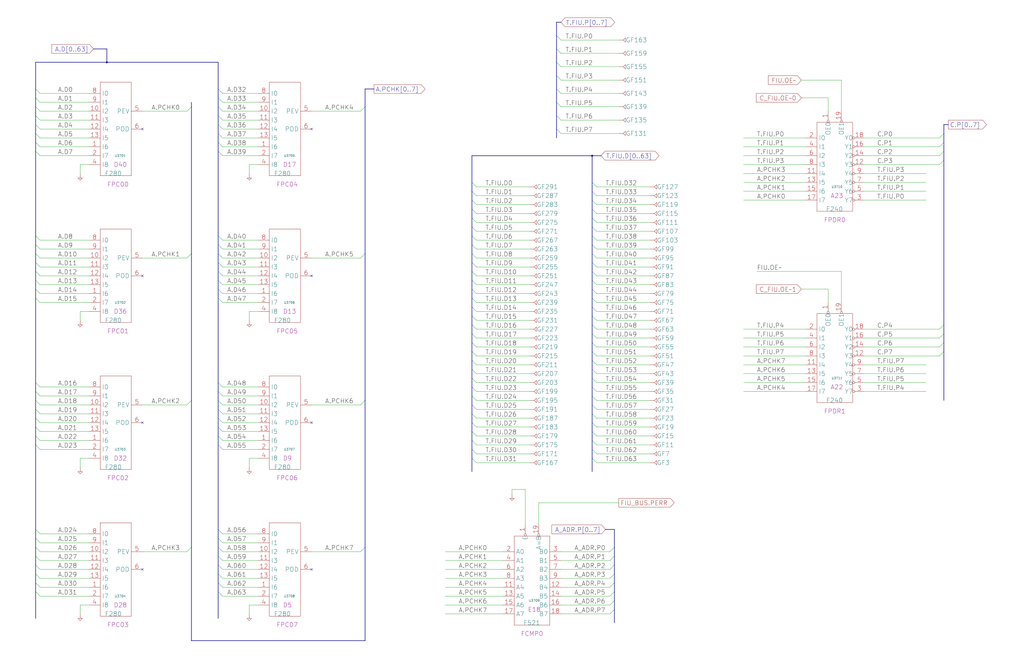
<source format=kicad_sch>
(kicad_sch (version 20250114) (generator "eeschema") (generator_version "9.0")
  (paper "User" 584.2 378.46)
  (title_block (title "FIU DRIVER AND RECEIVER\\nPARITY") (date "15-MAR-90") (rev "1.0") (comment 1 "TYPE") (comment 2 "232-003062") (comment 3 "S400") (comment 4 "RELEASED"))
  (junction (at 60.96 35.56))
  (junction (at 337.82 88.9))
  (no_connect (at 81.28 157.48))
  (no_connect (at 177.8 325.12))
  (no_connect (at 81.28 73.66))
  (no_connect (at 177.8 241.3))
  (no_connect (at 177.8 73.66))
  (no_connect (at 81.28 241.3))
  (no_connect (at 81.28 325.12))
  (no_connect (at 177.8 157.48))
  (bus_entry (at 124.46 81.28) (size 2.54 2.54))
  (bus_entry (at 350.52 322.58) (size -2.54 2.54))
  (bus_entry (at 317.5 43.18) (size 2.54 2.54))
  (bus_entry (at 350.52 327.66) (size -2.54 2.54))
  (bus_entry (at 124.46 50.8) (size 2.54 2.54))
  (bus_entry (at 538.48 76.2) (size -2.54 2.54))
  (bus_entry (at 269.24 226.06) (size 2.54 2.54))
  (bus_entry (at 124.46 332.74) (size 2.54 2.54))
  (bus_entry (at 124.46 302.26) (size 2.54 2.54))
  (bus_entry (at 269.24 195.58) (size 2.54 2.54))
  (bus_entry (at 20.32 81.28) (size 2.54 2.54))
  (bus_entry (at 124.46 76.2) (size 2.54 2.54))
  (bus_entry (at 317.5 58.42) (size 2.54 2.54))
  (bus_entry (at 20.32 332.74) (size 2.54 2.54))
  (bus_entry (at 337.82 261.62) (size 2.54 2.54))
  (bus_entry (at 337.82 205.74) (size 2.54 2.54))
  (bus_entry (at 337.82 104.14) (size 2.54 2.54))
  (bus_entry (at 269.24 185.42) (size 2.54 2.54))
  (bus_entry (at 337.82 154.94) (size 2.54 2.54))
  (bus_entry (at 269.24 205.74) (size 2.54 2.54))
  (bus_entry (at 337.82 195.58) (size 2.54 2.54))
  (bus_entry (at 208.28 60.96) (size -2.54 2.54))
  (bus_entry (at 269.24 109.22) (size 2.54 2.54))
  (bus_entry (at 269.24 139.7) (size 2.54 2.54))
  (bus_entry (at 538.48 190.5) (size -2.54 2.54))
  (bus_entry (at 20.32 307.34) (size 2.54 2.54))
  (bus_entry (at 208.28 312.42) (size -2.54 2.54))
  (bus_entry (at 350.52 312.42) (size -2.54 2.54))
  (bus_entry (at 269.24 160.02) (size 2.54 2.54))
  (bus_entry (at 20.32 160.02) (size 2.54 2.54))
  (bus_entry (at 124.46 248.92) (size 2.54 2.54))
  (bus_entry (at 20.32 218.44) (size 2.54 2.54))
  (bus_entry (at 20.32 228.6) (size 2.54 2.54))
  (bus_entry (at 124.46 312.42) (size 2.54 2.54))
  (bus_entry (at 20.32 317.5) (size 2.54 2.54))
  (bus_entry (at 20.32 66.04) (size 2.54 2.54))
  (bus_entry (at 337.82 165.1) (size 2.54 2.54))
  (bus_entry (at 337.82 170.18) (size 2.54 2.54))
  (bus_entry (at 337.82 139.7) (size 2.54 2.54))
  (bus_entry (at 317.5 27.94) (size 2.54 2.54))
  (bus_entry (at 538.48 81.28) (size -2.54 2.54))
  (bus_entry (at 124.46 238.76) (size 2.54 2.54))
  (bus_entry (at 269.24 149.86) (size 2.54 2.54))
  (bus_entry (at 337.82 149.86) (size 2.54 2.54))
  (bus_entry (at 124.46 139.7) (size 2.54 2.54))
  (bus_entry (at 337.82 220.98) (size 2.54 2.54))
  (bus_entry (at 337.82 160.02) (size 2.54 2.54))
  (bus_entry (at 538.48 91.44) (size -2.54 2.54))
  (bus_entry (at 20.32 71.12) (size 2.54 2.54))
  (bus_entry (at 20.32 248.92) (size 2.54 2.54))
  (bus_entry (at 124.46 55.88) (size 2.54 2.54))
  (bus_entry (at 208.28 144.78) (size -2.54 2.54))
  (bus_entry (at 124.46 317.5) (size 2.54 2.54))
  (bus_entry (at 350.52 332.74) (size -2.54 2.54))
  (bus_entry (at 124.46 160.02) (size 2.54 2.54))
  (bus_entry (at 124.46 228.6) (size 2.54 2.54))
  (bus_entry (at 20.32 139.7) (size 2.54 2.54))
  (bus_entry (at 20.32 149.86) (size 2.54 2.54))
  (bus_entry (at 20.32 86.36) (size 2.54 2.54))
  (bus_entry (at 124.46 307.34) (size 2.54 2.54))
  (bus_entry (at 269.24 256.54) (size 2.54 2.54))
  (bus_entry (at 337.82 134.62) (size 2.54 2.54))
  (bus_entry (at 124.46 254) (size 2.54 2.54))
  (bus_entry (at 20.32 134.62) (size 2.54 2.54))
  (bus_entry (at 269.24 190.5) (size 2.54 2.54))
  (bus_entry (at 337.82 119.38) (size 2.54 2.54))
  (bus_entry (at 317.5 35.56) (size 2.54 2.54))
  (bus_entry (at 109.22 312.42) (size -2.54 2.54))
  (bus_entry (at 109.22 60.96) (size -2.54 2.54))
  (bus_entry (at 124.46 327.66) (size 2.54 2.54))
  (bus_entry (at 269.24 210.82) (size 2.54 2.54))
  (bus_entry (at 124.46 60.96) (size 2.54 2.54))
  (bus_entry (at 124.46 243.84) (size 2.54 2.54))
  (bus_entry (at 269.24 124.46) (size 2.54 2.54))
  (bus_entry (at 269.24 180.34) (size 2.54 2.54))
  (bus_entry (at 20.32 50.8) (size 2.54 2.54))
  (bus_entry (at 20.32 144.78) (size 2.54 2.54))
  (bus_entry (at 124.46 149.86) (size 2.54 2.54))
  (bus_entry (at 269.24 231.14) (size 2.54 2.54))
  (bus_entry (at 124.46 233.68) (size 2.54 2.54))
  (bus_entry (at 337.82 210.82) (size 2.54 2.54))
  (bus_entry (at 269.24 251.46) (size 2.54 2.54))
  (bus_entry (at 538.48 185.42) (size -2.54 2.54))
  (bus_entry (at 269.24 104.14) (size 2.54 2.54))
  (bus_entry (at 269.24 165.1) (size 2.54 2.54))
  (bus_entry (at 317.5 20.32) (size 2.54 2.54))
  (bus_entry (at 124.46 223.52) (size 2.54 2.54))
  (bus_entry (at 20.32 223.52) (size 2.54 2.54))
  (bus_entry (at 124.46 154.94) (size 2.54 2.54))
  (bus_entry (at 337.82 251.46) (size 2.54 2.54))
  (bus_entry (at 20.32 254) (size 2.54 2.54))
  (bus_entry (at 20.32 238.76) (size 2.54 2.54))
  (bus_entry (at 337.82 231.14) (size 2.54 2.54))
  (bus_entry (at 124.46 134.62) (size 2.54 2.54))
  (bus_entry (at 337.82 109.22) (size 2.54 2.54))
  (bus_entry (at 269.24 220.98) (size 2.54 2.54))
  (bus_entry (at 337.82 226.06) (size 2.54 2.54))
  (bus_entry (at 269.24 134.62) (size 2.54 2.54))
  (bus_entry (at 269.24 144.78) (size 2.54 2.54))
  (bus_entry (at 337.82 215.9) (size 2.54 2.54))
  (bus_entry (at 269.24 175.26) (size 2.54 2.54))
  (bus_entry (at 269.24 129.54) (size 2.54 2.54))
  (bus_entry (at 269.24 215.9) (size 2.54 2.54))
  (bus_entry (at 538.48 200.66) (size -2.54 2.54))
  (bus_entry (at 337.82 129.54) (size 2.54 2.54))
  (bus_entry (at 350.52 347.98) (size -2.54 2.54))
  (bus_entry (at 337.82 124.46) (size 2.54 2.54))
  (bus_entry (at 20.32 243.84) (size 2.54 2.54))
  (bus_entry (at 269.24 261.62) (size 2.54 2.54))
  (bus_entry (at 208.28 228.6) (size -2.54 2.54))
  (bus_entry (at 109.22 144.78) (size -2.54 2.54))
  (bus_entry (at 269.24 246.38) (size 2.54 2.54))
  (bus_entry (at 124.46 86.36) (size 2.54 2.54))
  (bus_entry (at 20.32 302.26) (size 2.54 2.54))
  (bus_entry (at 337.82 256.54) (size 2.54 2.54))
  (bus_entry (at 20.32 154.94) (size 2.54 2.54))
  (bus_entry (at 124.46 170.18) (size 2.54 2.54))
  (bus_entry (at 337.82 185.42) (size 2.54 2.54))
  (bus_entry (at 124.46 71.12) (size 2.54 2.54))
  (bus_entry (at 124.46 165.1) (size 2.54 2.54))
  (bus_entry (at 538.48 86.36) (size -2.54 2.54))
  (bus_entry (at 20.32 165.1) (size 2.54 2.54))
  (bus_entry (at 124.46 218.44) (size 2.54 2.54))
  (bus_entry (at 538.48 195.58) (size -2.54 2.54))
  (bus_entry (at 269.24 154.94) (size 2.54 2.54))
  (bus_entry (at 20.32 327.66) (size 2.54 2.54))
  (bus_entry (at 124.46 337.82) (size 2.54 2.54))
  (bus_entry (at 20.32 76.2) (size 2.54 2.54))
  (bus_entry (at 337.82 200.66) (size 2.54 2.54))
  (bus_entry (at 20.32 233.68) (size 2.54 2.54))
  (bus_entry (at 317.5 73.66) (size 2.54 2.54))
  (bus_entry (at 337.82 114.3) (size 2.54 2.54))
  (bus_entry (at 337.82 180.34) (size 2.54 2.54))
  (bus_entry (at 337.82 175.26) (size 2.54 2.54))
  (bus_entry (at 20.32 60.96) (size 2.54 2.54))
  (bus_entry (at 20.32 312.42) (size 2.54 2.54))
  (bus_entry (at 269.24 114.3) (size 2.54 2.54))
  (bus_entry (at 337.82 190.5) (size 2.54 2.54))
  (bus_entry (at 350.52 342.9) (size -2.54 2.54))
  (bus_entry (at 269.24 170.18) (size 2.54 2.54))
  (bus_entry (at 124.46 66.04) (size 2.54 2.54))
  (bus_entry (at 269.24 241.3) (size 2.54 2.54))
  (bus_entry (at 269.24 119.38) (size 2.54 2.54))
  (bus_entry (at 350.52 317.5) (size -2.54 2.54))
  (bus_entry (at 20.32 170.18) (size 2.54 2.54))
  (bus_entry (at 109.22 228.6) (size -2.54 2.54))
  (bus_entry (at 269.24 200.66) (size 2.54 2.54))
  (bus_entry (at 124.46 144.78) (size 2.54 2.54))
  (bus_entry (at 337.82 246.38) (size 2.54 2.54))
  (bus_entry (at 124.46 322.58) (size 2.54 2.54))
  (bus_entry (at 350.52 337.82) (size -2.54 2.54))
  (bus_entry (at 337.82 236.22) (size 2.54 2.54))
  (bus_entry (at 20.32 337.82) (size 2.54 2.54))
  (bus_entry (at 317.5 66.04) (size 2.54 2.54))
  (bus_entry (at 337.82 144.78) (size 2.54 2.54))
  (bus_entry (at 337.82 241.3) (size 2.54 2.54))
  (bus_entry (at 20.32 322.58) (size 2.54 2.54))
  (bus_entry (at 317.5 50.8) (size 2.54 2.54))
  (bus_entry (at 20.32 55.88) (size 2.54 2.54))
  (bus_entry (at 269.24 236.22) (size 2.54 2.54))
  (bus (pts (xy 269.24 124.46) (xy 269.24 129.54)))
  (bus (pts (xy 317.5 58.42) (xy 317.5 66.04)))
  (wire (pts (xy 271.78 228.6) (xy 302.26 228.6)))
  (wire (pts (xy 299.72 279.4) (xy 292.1 279.4)))
  (wire (pts (xy 254 314.96) (xy 287.02 314.96)))
  (wire (pts (xy 320.04 335.28) (xy 347.98 335.28)))
  (wire (pts (xy 492.76 193.04) (xy 535.94 193.04)))
  (wire (pts (xy 307.34 287.02) (xy 353.06 287.02)))
  (bus (pts (xy 20.32 35.56) (xy 20.32 50.8)))
  (bus (pts (xy 269.24 241.3) (xy 269.24 246.38)))
  (bus (pts (xy 109.22 312.42) (xy 109.22 365.76)))
  (wire (pts (xy 22.86 157.48) (xy 50.8 157.48)))
  (bus (pts (xy 124.46 238.76) (xy 124.46 243.84)))
  (bus (pts (xy 538.48 185.42) (xy 538.48 190.5)))
  (wire (pts (xy 271.78 127) (xy 302.26 127)))
  (bus (pts (xy 124.46 66.04) (xy 124.46 71.12)))
  (bus (pts (xy 337.82 175.26) (xy 337.82 180.34)))
  (bus (pts (xy 269.24 154.94) (xy 269.24 160.02)))
  (bus (pts (xy 269.24 114.3) (xy 269.24 119.38)))
  (bus (pts (xy 337.82 144.78) (xy 337.82 149.86)))
  (bus (pts (xy 350.52 317.5) (xy 350.52 322.58)))
  (bus (pts (xy 538.48 200.66) (xy 538.48 228.6)))
  (bus (pts (xy 20.32 165.1) (xy 20.32 170.18)))
  (wire (pts (xy 271.78 111.76) (xy 302.26 111.76)))
  (bus (pts (xy 269.24 170.18) (xy 269.24 175.26)))
  (wire (pts (xy 127 251.46) (xy 147.32 251.46)))
  (bus (pts (xy 208.28 312.42) (xy 208.28 365.76)))
  (wire (pts (xy 320.04 22.86) (xy 353.06 22.86)))
  (bus (pts (xy 124.46 144.78) (xy 124.46 149.86)))
  (wire (pts (xy 271.78 213.36) (xy 302.26 213.36)))
  (wire (pts (xy 340.36 238.76) (xy 370.84 238.76)))
  (wire (pts (xy 127 147.32) (xy 147.32 147.32)))
  (wire (pts (xy 254 330.2) (xy 287.02 330.2)))
  (bus (pts (xy 20.32 238.76) (xy 20.32 243.84)))
  (wire (pts (xy 424.18 114.3) (xy 459.74 114.3)))
  (bus (pts (xy 337.82 88.9) (xy 337.82 104.14)))
  (wire (pts (xy 50.8 261.62) (xy 45.72 261.62)))
  (wire (pts (xy 271.78 198.12) (xy 302.26 198.12)))
  (bus (pts (xy 124.46 327.66) (xy 124.46 332.74)))
  (wire (pts (xy 127 78.74) (xy 147.32 78.74)))
  (bus (pts (xy 269.24 261.62) (xy 269.24 269.24)))
  (bus (pts (xy 109.22 365.76) (xy 208.28 365.76)))
  (wire (pts (xy 424.18 88.9) (xy 459.74 88.9)))
  (wire (pts (xy 492.76 93.98) (xy 535.94 93.98)))
  (bus (pts (xy 124.46 317.5) (xy 124.46 322.58)))
  (bus (pts (xy 337.82 154.94) (xy 337.82 160.02)))
  (bus (pts (xy 20.32 86.36) (xy 20.32 134.62)))
  (bus (pts (xy 269.24 144.78) (xy 269.24 149.86)))
  (bus (pts (xy 269.24 104.14) (xy 269.24 109.22)))
  (bus (pts (xy 124.46 307.34) (xy 124.46 312.42)))
  (bus (pts (xy 124.46 170.18) (xy 124.46 218.44)))
  (bus (pts (xy 20.32 50.8) (xy 20.32 55.88)))
  (wire (pts (xy 492.76 114.3) (xy 528.32 114.3)))
  (wire (pts (xy 22.86 241.3) (xy 50.8 241.3)))
  (wire (pts (xy 320.04 340.36) (xy 347.98 340.36)))
  (wire (pts (xy 271.78 254) (xy 302.26 254)))
  (wire (pts (xy 22.86 142.24) (xy 50.8 142.24)))
  (bus (pts (xy 269.24 220.98) (xy 269.24 226.06)))
  (wire (pts (xy 127 256.54) (xy 147.32 256.54)))
  (wire (pts (xy 22.86 231.14) (xy 50.8 231.14)))
  (bus (pts (xy 269.24 195.58) (xy 269.24 200.66)))
  (bus (pts (xy 317.5 35.56) (xy 317.5 43.18)))
  (wire (pts (xy 22.86 251.46) (xy 50.8 251.46)))
  (wire (pts (xy 127 314.96) (xy 147.32 314.96)))
  (bus (pts (xy 350.52 332.74) (xy 350.52 337.82)))
  (bus (pts (xy 337.82 185.42) (xy 337.82 190.5)))
  (wire (pts (xy 271.78 137.16) (xy 302.26 137.16)))
  (wire (pts (xy 127 231.14) (xy 147.32 231.14)))
  (wire (pts (xy 127 241.3) (xy 147.32 241.3)))
  (bus (pts (xy 60.96 35.56) (xy 124.46 35.56)))
  (wire (pts (xy 472.44 63.5) (xy 472.44 55.88)))
  (bus (pts (xy 538.48 71.12) (xy 538.48 76.2)))
  (bus (pts (xy 269.24 160.02) (xy 269.24 165.1)))
  (bus (pts (xy 337.82 241.3) (xy 337.82 246.38)))
  (bus (pts (xy 317.5 66.04) (xy 317.5 73.66)))
  (wire (pts (xy 340.36 127) (xy 370.84 127)))
  (bus (pts (xy 124.46 60.96) (xy 124.46 66.04)))
  (wire (pts (xy 81.28 147.32) (xy 106.68 147.32)))
  (bus (pts (xy 337.82 160.02) (xy 337.82 165.1)))
  (wire (pts (xy 340.36 198.12) (xy 370.84 198.12)))
  (wire (pts (xy 22.86 147.32) (xy 50.8 147.32)))
  (bus (pts (xy 20.32 154.94) (xy 20.32 160.02)))
  (wire (pts (xy 340.36 259.08) (xy 370.84 259.08)))
  (bus (pts (xy 20.32 332.74) (xy 20.32 337.82)))
  (wire (pts (xy 340.36 147.32) (xy 370.84 147.32)))
  (wire (pts (xy 22.86 53.34) (xy 50.8 53.34)))
  (wire (pts (xy 340.36 264.16) (xy 370.84 264.16)))
  (wire (pts (xy 22.86 63.5) (xy 50.8 63.5)))
  (wire (pts (xy 271.78 233.68) (xy 302.26 233.68)))
  (bus (pts (xy 345.44 302.26) (xy 350.52 302.26)))
  (bus (pts (xy 109.22 228.6) (xy 109.22 312.42)))
  (wire (pts (xy 45.72 261.62) (xy 45.72 266.7)))
  (wire (pts (xy 22.86 236.22) (xy 50.8 236.22)))
  (wire (pts (xy 424.18 193.04) (xy 459.74 193.04)))
  (bus (pts (xy 337.82 170.18) (xy 337.82 175.26)))
  (bus (pts (xy 124.46 322.58) (xy 124.46 327.66)))
  (bus (pts (xy 109.22 144.78) (xy 109.22 228.6)))
  (wire (pts (xy 472.44 172.72) (xy 472.44 165.1)))
  (wire (pts (xy 127 53.34) (xy 147.32 53.34)))
  (wire (pts (xy 177.8 63.5) (xy 205.74 63.5)))
  (wire (pts (xy 142.24 345.44) (xy 142.24 350.52)))
  (wire (pts (xy 340.36 187.96) (xy 370.84 187.96)))
  (wire (pts (xy 492.76 88.9) (xy 535.94 88.9)))
  (bus (pts (xy 337.82 104.14) (xy 337.82 109.22)))
  (bus (pts (xy 350.52 337.82) (xy 350.52 342.9)))
  (bus (pts (xy 317.5 12.7) (xy 317.5 20.32)))
  (bus (pts (xy 20.32 317.5) (xy 20.32 322.58)))
  (wire (pts (xy 320.04 345.44) (xy 347.98 345.44)))
  (bus (pts (xy 350.52 347.98) (xy 350.52 355.6)))
  (wire (pts (xy 254 320.04) (xy 287.02 320.04)))
  (bus (pts (xy 53.34 27.94) (xy 60.96 27.94)))
  (bus (pts (xy 124.46 223.52) (xy 124.46 228.6)))
  (wire (pts (xy 271.78 203.2) (xy 302.26 203.2)))
  (wire (pts (xy 50.8 93.98) (xy 45.72 93.98)))
  (bus (pts (xy 350.52 322.58) (xy 350.52 327.66)))
  (wire (pts (xy 320.04 38.1) (xy 353.06 38.1)))
  (bus (pts (xy 317.5 43.18) (xy 317.5 50.8)))
  (bus (pts (xy 269.24 231.14) (xy 269.24 236.22)))
  (wire (pts (xy 271.78 162.56) (xy 302.26 162.56)))
  (bus (pts (xy 20.32 327.66) (xy 20.32 332.74)))
  (wire (pts (xy 22.86 220.98) (xy 50.8 220.98)))
  (wire (pts (xy 127 320.04) (xy 147.32 320.04)))
  (wire (pts (xy 340.36 111.76) (xy 370.84 111.76)))
  (bus (pts (xy 337.82 134.62) (xy 337.82 139.7)))
  (wire (pts (xy 320.04 53.34) (xy 353.06 53.34)))
  (bus (pts (xy 269.24 109.22) (xy 269.24 114.3)))
  (wire (pts (xy 340.36 137.16) (xy 370.84 137.16)))
  (bus (pts (xy 337.82 246.38) (xy 337.82 251.46)))
  (bus (pts (xy 20.32 254) (xy 20.32 302.26)))
  (wire (pts (xy 177.8 147.32) (xy 205.74 147.32)))
  (bus (pts (xy 269.24 175.26) (xy 269.24 180.34)))
  (wire (pts (xy 271.78 264.16) (xy 302.26 264.16)))
  (wire (pts (xy 492.76 213.36) (xy 528.32 213.36)))
  (bus (pts (xy 20.32 66.04) (xy 20.32 71.12)))
  (wire (pts (xy 424.18 109.22) (xy 459.74 109.22)))
  (bus (pts (xy 269.24 210.82) (xy 269.24 215.9)))
  (wire (pts (xy 22.86 73.66) (xy 50.8 73.66)))
  (wire (pts (xy 431.8 154.94) (xy 480.06 154.94)))
  (bus (pts (xy 337.82 231.14) (xy 337.82 236.22)))
  (wire (pts (xy 340.36 182.88) (xy 370.84 182.88)))
  (bus (pts (xy 124.46 71.12) (xy 124.46 76.2)))
  (wire (pts (xy 271.78 187.96) (xy 302.26 187.96)))
  (bus (pts (xy 269.24 200.66) (xy 269.24 205.74)))
  (wire (pts (xy 492.76 187.96) (xy 535.94 187.96)))
  (bus (pts (xy 20.32 81.28) (xy 20.32 86.36)))
  (bus (pts (xy 269.24 205.74) (xy 269.24 210.82)))
  (wire (pts (xy 127 309.88) (xy 147.32 309.88)))
  (wire (pts (xy 340.36 121.92) (xy 370.84 121.92)))
  (bus (pts (xy 337.82 180.34) (xy 337.82 185.42)))
  (bus (pts (xy 337.82 149.86) (xy 337.82 154.94)))
  (wire (pts (xy 492.76 223.52) (xy 528.32 223.52)))
  (wire (pts (xy 340.36 116.84) (xy 370.84 116.84)))
  (wire (pts (xy 127 335.28) (xy 147.32 335.28)))
  (wire (pts (xy 271.78 132.08) (xy 302.26 132.08)))
  (bus (pts (xy 124.46 35.56) (xy 124.46 50.8)))
  (bus (pts (xy 20.32 248.92) (xy 20.32 254)))
  (bus (pts (xy 337.82 124.46) (xy 337.82 129.54)))
  (wire (pts (xy 320.04 320.04) (xy 347.98 320.04)))
  (bus (pts (xy 124.46 76.2) (xy 124.46 81.28)))
  (bus (pts (xy 269.24 185.42) (xy 269.24 190.5)))
  (bus (pts (xy 337.82 88.9) (xy 269.24 88.9)))
  (bus (pts (xy 124.46 160.02) (xy 124.46 165.1)))
  (wire (pts (xy 340.36 162.56) (xy 370.84 162.56)))
  (wire (pts (xy 271.78 172.72) (xy 302.26 172.72)))
  (bus (pts (xy 337.82 205.74) (xy 337.82 210.82)))
  (wire (pts (xy 22.86 78.74) (xy 50.8 78.74)))
  (bus (pts (xy 124.46 302.26) (xy 124.46 307.34)))
  (wire (pts (xy 424.18 93.98) (xy 459.74 93.98)))
  (wire (pts (xy 271.78 259.08) (xy 302.26 259.08)))
  (bus (pts (xy 350.52 327.66) (xy 350.52 332.74)))
  (bus (pts (xy 317.5 12.7) (xy 320.04 12.7)))
  (bus (pts (xy 20.32 312.42) (xy 20.32 317.5)))
  (wire (pts (xy 424.18 208.28) (xy 459.74 208.28)))
  (bus (pts (xy 337.82 215.9) (xy 337.82 220.98)))
  (bus (pts (xy 20.32 35.56) (xy 60.96 35.56)))
  (bus (pts (xy 350.52 302.26) (xy 350.52 312.42)))
  (wire (pts (xy 254 340.36) (xy 287.02 340.36)))
  (wire (pts (xy 254 345.44) (xy 287.02 345.44)))
  (wire (pts (xy 340.36 172.72) (xy 370.84 172.72)))
  (bus (pts (xy 269.24 129.54) (xy 269.24 134.62)))
  (wire (pts (xy 299.72 299.72) (xy 299.72 279.4)))
  (bus (pts (xy 124.46 254) (xy 124.46 302.26)))
  (wire (pts (xy 271.78 106.68) (xy 302.26 106.68)))
  (wire (pts (xy 127 68.58) (xy 147.32 68.58)))
  (wire (pts (xy 424.18 187.96) (xy 459.74 187.96)))
  (wire (pts (xy 22.86 68.58) (xy 50.8 68.58)))
  (bus (pts (xy 337.82 88.9) (xy 342.9 88.9)))
  (bus (pts (xy 337.82 129.54) (xy 337.82 134.62)))
  (bus (pts (xy 337.82 119.38) (xy 337.82 124.46)))
  (wire (pts (xy 424.18 213.36) (xy 459.74 213.36)))
  (bus (pts (xy 337.82 109.22) (xy 337.82 114.3)))
  (bus (pts (xy 124.46 139.7) (xy 124.46 144.78)))
  (wire (pts (xy 320.04 325.12) (xy 347.98 325.12)))
  (wire (pts (xy 340.36 203.2) (xy 370.84 203.2)))
  (bus (pts (xy 20.32 139.7) (xy 20.32 144.78)))
  (bus (pts (xy 337.82 226.06) (xy 337.82 231.14)))
  (wire (pts (xy 22.86 58.42) (xy 50.8 58.42)))
  (wire (pts (xy 147.32 177.8) (xy 142.24 177.8)))
  (bus (pts (xy 337.82 190.5) (xy 337.82 195.58)))
  (wire (pts (xy 492.76 208.28) (xy 528.32 208.28)))
  (bus (pts (xy 269.24 251.46) (xy 269.24 256.54)))
  (bus (pts (xy 109.22 60.96) (xy 109.22 144.78)))
  (wire (pts (xy 22.86 83.82) (xy 50.8 83.82)))
  (bus (pts (xy 20.32 71.12) (xy 20.32 76.2)))
  (bus (pts (xy 337.82 261.62) (xy 337.82 269.24)))
  (wire (pts (xy 177.8 314.96) (xy 205.74 314.96)))
  (wire (pts (xy 340.36 167.64) (xy 370.84 167.64)))
  (wire (pts (xy 492.76 78.74) (xy 535.94 78.74)))
  (wire (pts (xy 127 63.5) (xy 147.32 63.5)))
  (bus (pts (xy 124.46 165.1) (xy 124.46 170.18)))
  (bus (pts (xy 269.24 236.22) (xy 269.24 241.3)))
  (wire (pts (xy 22.86 304.8) (xy 50.8 304.8)))
  (bus (pts (xy 124.46 55.88) (xy 124.46 60.96)))
  (wire (pts (xy 147.32 93.98) (xy 142.24 93.98)))
  (wire (pts (xy 492.76 203.2) (xy 535.94 203.2)))
  (wire (pts (xy 147.32 261.62) (xy 142.24 261.62)))
  (wire (pts (xy 22.86 167.64) (xy 50.8 167.64)))
  (wire (pts (xy 127 167.64) (xy 147.32 167.64)))
  (wire (pts (xy 22.86 309.88) (xy 50.8 309.88)))
  (wire (pts (xy 271.78 147.32) (xy 302.26 147.32)))
  (bus (pts (xy 317.5 73.66) (xy 317.5 78.74)))
  (wire (pts (xy 340.36 132.08) (xy 370.84 132.08)))
  (wire (pts (xy 271.78 142.24) (xy 302.26 142.24)))
  (wire (pts (xy 22.86 320.04) (xy 50.8 320.04)))
  (wire (pts (xy 424.18 203.2) (xy 459.74 203.2)))
  (bus (pts (xy 20.32 149.86) (xy 20.32 154.94)))
  (wire (pts (xy 177.8 231.14) (xy 205.74 231.14)))
  (bus (pts (xy 538.48 81.28) (xy 538.48 86.36)))
  (bus (pts (xy 337.82 236.22) (xy 337.82 241.3)))
  (bus (pts (xy 124.46 154.94) (xy 124.46 160.02)))
  (wire (pts (xy 127 142.24) (xy 147.32 142.24)))
  (bus (pts (xy 124.46 86.36) (xy 124.46 134.62)))
  (wire (pts (xy 22.86 226.06) (xy 50.8 226.06)))
  (wire (pts (xy 271.78 223.52) (xy 302.26 223.52)))
  (wire (pts (xy 127 73.66) (xy 147.32 73.66)))
  (bus (pts (xy 269.24 256.54) (xy 269.24 261.62)))
  (wire (pts (xy 127 172.72) (xy 147.32 172.72)))
  (wire (pts (xy 22.86 246.38) (xy 50.8 246.38)))
  (bus (pts (xy 124.46 332.74) (xy 124.46 337.82)))
  (wire (pts (xy 22.86 137.16) (xy 50.8 137.16)))
  (bus (pts (xy 124.46 312.42) (xy 124.46 317.5)))
  (wire (pts (xy 340.36 223.52) (xy 370.84 223.52)))
  (wire (pts (xy 424.18 223.52) (xy 459.74 223.52)))
  (bus (pts (xy 124.46 81.28) (xy 124.46 86.36)))
  (bus (pts (xy 124.46 248.92) (xy 124.46 254)))
  (bus (pts (xy 337.82 165.1) (xy 337.82 170.18)))
  (wire (pts (xy 50.8 345.44) (xy 45.72 345.44)))
  (wire (pts (xy 271.78 243.84) (xy 302.26 243.84)))
  (wire (pts (xy 307.34 299.72) (xy 307.34 287.02)))
  (wire (pts (xy 271.78 116.84) (xy 302.26 116.84)))
  (wire (pts (xy 22.86 325.12) (xy 50.8 325.12)))
  (wire (pts (xy 320.04 45.72) (xy 353.06 45.72)))
  (wire (pts (xy 127 220.98) (xy 147.32 220.98)))
  (bus (pts (xy 208.28 50.8) (xy 213.36 50.8)))
  (bus (pts (xy 20.32 223.52) (xy 20.32 228.6)))
  (wire (pts (xy 142.24 93.98) (xy 142.24 99.06)))
  (bus (pts (xy 20.32 243.84) (xy 20.32 248.92)))
  (wire (pts (xy 254 335.28) (xy 287.02 335.28)))
  (wire (pts (xy 127 325.12) (xy 147.32 325.12)))
  (bus (pts (xy 124.46 337.82) (xy 124.46 353.06)))
  (wire (pts (xy 320.04 60.96) (xy 353.06 60.96)))
  (wire (pts (xy 340.36 193.04) (xy 370.84 193.04)))
  (wire (pts (xy 480.06 63.5) (xy 480.06 45.72)))
  (bus (pts (xy 20.32 302.26) (xy 20.32 307.34)))
  (wire (pts (xy 127 246.38) (xy 147.32 246.38)))
  (bus (pts (xy 269.24 180.34) (xy 269.24 185.42)))
  (bus (pts (xy 350.52 312.42) (xy 350.52 317.5)))
  (wire (pts (xy 424.18 99.06) (xy 459.74 99.06)))
  (wire (pts (xy 472.44 55.88) (xy 457.2 55.88)))
  (wire (pts (xy 127 226.06) (xy 147.32 226.06)))
  (wire (pts (xy 292.1 279.4) (xy 292.1 281.94)))
  (bus (pts (xy 269.24 119.38) (xy 269.24 124.46)))
  (wire (pts (xy 340.36 254) (xy 370.84 254)))
  (wire (pts (xy 127 304.8) (xy 147.32 304.8)))
  (wire (pts (xy 340.36 213.36) (xy 370.84 213.36)))
  (bus (pts (xy 124.46 218.44) (xy 124.46 223.52)))
  (wire (pts (xy 127 340.36) (xy 147.32 340.36)))
  (bus (pts (xy 124.46 149.86) (xy 124.46 154.94)))
  (bus (pts (xy 337.82 195.58) (xy 337.82 200.66)))
  (bus (pts (xy 20.32 144.78) (xy 20.32 149.86)))
  (bus (pts (xy 538.48 190.5) (xy 538.48 195.58)))
  (bus (pts (xy 124.46 233.68) (xy 124.46 238.76)))
  (wire (pts (xy 271.78 152.4) (xy 302.26 152.4)))
  (wire (pts (xy 127 162.56) (xy 147.32 162.56)))
  (wire (pts (xy 127 152.4) (xy 147.32 152.4)))
  (wire (pts (xy 45.72 345.44) (xy 45.72 350.52)))
  (bus (pts (xy 269.24 246.38) (xy 269.24 251.46)))
  (wire (pts (xy 320.04 30.48) (xy 353.06 30.48)))
  (bus (pts (xy 350.52 342.9) (xy 350.52 347.98)))
  (wire (pts (xy 340.36 218.44) (xy 370.84 218.44)))
  (wire (pts (xy 271.78 182.88) (xy 302.26 182.88)))
  (wire (pts (xy 127 83.82) (xy 147.32 83.82)))
  (wire (pts (xy 424.18 78.74) (xy 459.74 78.74)))
  (bus (pts (xy 124.46 134.62) (xy 124.46 139.7)))
  (bus (pts (xy 269.24 165.1) (xy 269.24 170.18)))
  (bus (pts (xy 337.82 139.7) (xy 337.82 144.78)))
  (wire (pts (xy 492.76 198.12) (xy 535.94 198.12)))
  (bus (pts (xy 20.32 218.44) (xy 20.32 223.52)))
  (wire (pts (xy 254 350.52) (xy 287.02 350.52)))
  (wire (pts (xy 340.36 142.24) (xy 370.84 142.24)))
  (bus (pts (xy 538.48 76.2) (xy 538.48 81.28)))
  (wire (pts (xy 340.36 208.28) (xy 370.84 208.28)))
  (bus (pts (xy 269.24 215.9) (xy 269.24 220.98)))
  (wire (pts (xy 424.18 218.44) (xy 459.74 218.44)))
  (wire (pts (xy 271.78 157.48) (xy 302.26 157.48)))
  (bus (pts (xy 337.82 251.46) (xy 337.82 256.54)))
  (wire (pts (xy 81.28 231.14) (xy 106.68 231.14)))
  (bus (pts (xy 269.24 226.06) (xy 269.24 231.14)))
  (bus (pts (xy 538.48 195.58) (xy 538.48 200.66)))
  (wire (pts (xy 45.72 93.98) (xy 45.72 99.06)))
  (wire (pts (xy 22.86 162.56) (xy 50.8 162.56)))
  (bus (pts (xy 538.48 71.12) (xy 541.02 71.12)))
  (wire (pts (xy 320.04 76.2) (xy 353.06 76.2)))
  (wire (pts (xy 45.72 177.8) (xy 45.72 182.88)))
  (bus (pts (xy 20.32 134.62) (xy 20.32 139.7)))
  (wire (pts (xy 81.28 314.96) (xy 106.68 314.96)))
  (bus (pts (xy 337.82 114.3) (xy 337.82 119.38)))
  (wire (pts (xy 492.76 218.44) (xy 528.32 218.44)))
  (wire (pts (xy 424.18 198.12) (xy 459.74 198.12)))
  (bus (pts (xy 20.32 170.18) (xy 20.32 218.44)))
  (wire (pts (xy 271.78 121.92) (xy 302.26 121.92)))
  (bus (pts (xy 20.32 55.88) (xy 20.32 60.96)))
  (wire (pts (xy 271.78 248.92) (xy 302.26 248.92)))
  (wire (pts (xy 22.86 88.9) (xy 50.8 88.9)))
  (wire (pts (xy 22.86 152.4) (xy 50.8 152.4)))
  (wire (pts (xy 340.36 248.92) (xy 370.84 248.92)))
  (wire (pts (xy 492.76 104.14) (xy 528.32 104.14)))
  (bus (pts (xy 20.32 307.34) (xy 20.32 312.42)))
  (bus (pts (xy 538.48 91.44) (xy 538.48 185.42)))
  (wire (pts (xy 480.06 45.72) (xy 457.2 45.72)))
  (wire (pts (xy 127 330.2) (xy 147.32 330.2)))
  (wire (pts (xy 81.28 63.5) (xy 106.68 63.5)))
  (bus (pts (xy 20.32 76.2) (xy 20.32 81.28)))
  (bus (pts (xy 269.24 149.86) (xy 269.24 154.94)))
  (wire (pts (xy 320.04 330.2) (xy 347.98 330.2)))
  (wire (pts (xy 492.76 83.82) (xy 535.94 83.82)))
  (wire (pts (xy 340.36 233.68) (xy 370.84 233.68)))
  (wire (pts (xy 340.36 177.8) (xy 370.84 177.8)))
  (wire (pts (xy 424.18 83.82) (xy 459.74 83.82)))
  (wire (pts (xy 340.36 152.4) (xy 370.84 152.4)))
  (wire (pts (xy 271.78 208.28) (xy 302.26 208.28)))
  (wire (pts (xy 271.78 177.8) (xy 302.26 177.8)))
  (wire (pts (xy 480.06 172.72) (xy 480.06 154.94)))
  (bus (pts (xy 20.32 228.6) (xy 20.32 233.68)))
  (bus (pts (xy 124.46 228.6) (xy 124.46 233.68)))
  (wire (pts (xy 147.32 345.44) (xy 142.24 345.44)))
  (wire (pts (xy 127 88.9) (xy 147.32 88.9)))
  (wire (pts (xy 271.78 193.04) (xy 302.26 193.04)))
  (wire (pts (xy 127 157.48) (xy 147.32 157.48)))
  (wire (pts (xy 320.04 350.52) (xy 347.98 350.52)))
  (bus (pts (xy 337.82 256.54) (xy 337.82 261.62)))
  (bus (pts (xy 124.46 243.84) (xy 124.46 248.92)))
  (bus (pts (xy 269.24 190.5) (xy 269.24 195.58)))
  (wire (pts (xy 142.24 261.62) (xy 142.24 266.7)))
  (bus (pts (xy 20.32 160.02) (xy 20.32 165.1)))
  (bus (pts (xy 208.28 60.96) (xy 208.28 144.78)))
  (wire (pts (xy 127 236.22) (xy 147.32 236.22)))
  (bus (pts (xy 538.48 86.36) (xy 538.48 91.44)))
  (bus (pts (xy 337.82 200.66) (xy 337.82 205.74)))
  (wire (pts (xy 22.86 330.2) (xy 50.8 330.2)))
  (wire (pts (xy 254 325.12) (xy 287.02 325.12)))
  (wire (pts (xy 340.36 157.48) (xy 370.84 157.48)))
  (wire (pts (xy 457.2 165.1) (xy 472.44 165.1)))
  (wire (pts (xy 320.04 68.58) (xy 353.06 68.58)))
  (bus (pts (xy 124.46 50.8) (xy 124.46 55.88)))
  (bus (pts (xy 109.22 58.42) (xy 109.22 60.96)))
  (wire (pts (xy 340.36 243.84) (xy 370.84 243.84)))
  (wire (pts (xy 142.24 177.8) (xy 142.24 182.88)))
  (bus (pts (xy 60.96 27.94) (xy 60.96 35.56)))
  (wire (pts (xy 50.8 177.8) (xy 45.72 177.8)))
  (wire (pts (xy 22.86 256.54) (xy 50.8 256.54)))
  (wire (pts (xy 271.78 218.44) (xy 302.26 218.44)))
  (wire (pts (xy 127 58.42) (xy 147.32 58.42)))
  (bus (pts (xy 269.24 139.7) (xy 269.24 144.78)))
  (bus (pts (xy 317.5 20.32) (xy 317.5 27.94)))
  (bus (pts (xy 20.32 60.96) (xy 20.32 66.04)))
  (wire (pts (xy 22.86 340.36) (xy 50.8 340.36)))
  (bus (pts (xy 337.82 220.98) (xy 337.82 226.06)))
  (wire (pts (xy 127 137.16) (xy 147.32 137.16)))
  (wire (pts (xy 340.36 106.68) (xy 370.84 106.68)))
  (wire (pts (xy 22.86 314.96) (xy 50.8 314.96)))
  (bus (pts (xy 20.32 322.58) (xy 20.32 327.66)))
  (bus (pts (xy 208.28 228.6) (xy 208.28 312.42)))
  (wire (pts (xy 320.04 314.96) (xy 347.98 314.96)))
  (bus (pts (xy 20.32 337.82) (xy 20.32 353.06)))
  (wire (pts (xy 424.18 104.14) (xy 459.74 104.14)))
  (wire (pts (xy 340.36 228.6) (xy 370.84 228.6)))
  (wire (pts (xy 22.86 172.72) (xy 50.8 172.72)))
  (bus (pts (xy 269.24 134.62) (xy 269.24 139.7)))
  (wire (pts (xy 492.76 109.22) (xy 528.32 109.22)))
  (wire (pts (xy 271.78 238.76) (xy 302.26 238.76)))
  (bus (pts (xy 208.28 144.78) (xy 208.28 228.6)))
  (bus (pts (xy 337.82 210.82) (xy 337.82 215.9)))
  (wire (pts (xy 271.78 167.64) (xy 302.26 167.64)))
  (wire (pts (xy 492.76 99.06) (xy 528.32 99.06)))
  (bus (pts (xy 208.28 50.8) (xy 208.28 60.96)))
  (bus (pts (xy 20.32 233.68) (xy 20.32 238.76)))
  (bus (pts (xy 317.5 27.94) (xy 317.5 35.56)))
  (bus (pts (xy 317.5 50.8) (xy 317.5 58.42)))
  (wire (pts (xy 22.86 335.28) (xy 50.8 335.28)))
  (bus (pts (xy 269.24 88.9) (xy 269.24 104.14)))
  (label "A.D60" (at 129.54 325.12 0) (effects (font (size 2.54 2.54))))
  (label "C.P6" (at 500.38 198.12 0) (effects (font (size 2.54 2.54))))
  (label "T.FIU.D61" (at 345.44 254 0) (effects (font (size 2.54 2.54))))
  (label "A.D0" (at 33.02 53.34 0) (effects (font (size 2.54 2.54))))
  (label "A_ADR.P4" (at 327.66 335.28 0) (effects (font (size 2.54 2.54))))
  (label "A.PCHK3" (at 431.8 99.06 0) (effects (font (size 2.54 2.54))))
  (label "A.D47" (at 129.54 172.72 0) (effects (font (size 2.54 2.54))))
  (label "A.D3" (at 33.02 68.58 0) (effects (font (size 2.54 2.54))))
  (label "T.FIU.D48" (at 345.44 187.96 0) (effects (font (size 2.54 2.54))))
  (label "A.D42" (at 129.54 147.32 0) (effects (font (size 2.54 2.54))))
  (label "T.FIU.P2" (at 431.8 88.9 0) (effects (font (size 2.54 2.54))))
  (label "A.D34" (at 129.54 63.5 0) (effects (font (size 2.54 2.54))))
  (label "T.FIU.D1" (at 276.86 111.76 0) (effects (font (size 2.54 2.54))))
  (label "A_ADR.P5" (at 327.66 340.36 0) (effects (font (size 2.54 2.54))))
  (label "A.D55" (at 129.54 256.54 0) (effects (font (size 2.54 2.54))))
  (label "T.FIU.D59" (at 345.44 243.84 0) (effects (font (size 2.54 2.54))))
  (label "T.FIU.P7" (at 431.8 203.2 0) (effects (font (size 2.54 2.54))))
  (label "A.PCHK2" (at 261.62 325.12 0) (effects (font (size 2.54 2.54))))
  (label "T.FIU.D45" (at 345.44 172.72 0) (effects (font (size 2.54 2.54))))
  (label "A.D26" (at 33.02 314.96 0) (effects (font (size 2.54 2.54))))
  (label "A.PCHK1" (at 431.8 109.22 0) (effects (font (size 2.54 2.54))))
  (label "T.FIU.D43" (at 345.44 162.56 0) (effects (font (size 2.54 2.54))))
  (label "T.FIU.D42" (at 345.44 157.48 0) (effects (font (size 2.54 2.54))))
  (label "T.FIU.D57" (at 345.44 233.68 0) (effects (font (size 2.54 2.54))))
  (label "A.D28" (at 33.02 325.12 0) (effects (font (size 2.54 2.54))))
  (label "A.D32" (at 129.54 53.34 0) (effects (font (size 2.54 2.54))))
  (label "A.PCHK2" (at 86.36 231.14 0) (effects (font (size 2.54 2.54))))
  (label "A_ADR.P0" (at 327.66 314.96 0) (effects (font (size 2.54 2.54))))
  (label "A.D33" (at 129.54 58.42 0) (effects (font (size 2.54 2.54))))
  (label "T.FIU.P6" (at 322.58 68.58 0) (effects (font (size 2.54 2.54))))
  (label "A.D14" (at 33.02 167.64 0) (effects (font (size 2.54 2.54))))
  (label "A.D30" (at 33.02 335.28 0) (effects (font (size 2.54 2.54))))
  (label "A.D20" (at 33.02 241.3 0) (effects (font (size 2.54 2.54))))
  (label "T.FIU.D28" (at 276.86 248.92 0) (effects (font (size 2.54 2.54))))
  (label "A.PCHK6" (at 261.62 345.44 0) (effects (font (size 2.54 2.54))))
  (label "A.D18" (at 33.02 231.14 0) (effects (font (size 2.54 2.54))))
  (label "T.FIU.D50" (at 345.44 198.12 0) (effects (font (size 2.54 2.54))))
  (label "A.D24" (at 33.02 304.8 0) (effects (font (size 2.54 2.54))))
  (label "T.FIU.D38" (at 345.44 137.16 0) (effects (font (size 2.54 2.54))))
  (label "T.FIU.P1" (at 322.58 30.48 0) (effects (font (size 2.54 2.54))))
  (label "A.D51" (at 129.54 236.22 0) (effects (font (size 2.54 2.54))))
  (label "A.D37" (at 129.54 78.74 0) (effects (font (size 2.54 2.54))))
  (label "A.D25" (at 33.02 309.88 0) (effects (font (size 2.54 2.54))))
  (label "A.D4" (at 33.02 73.66 0) (effects (font (size 2.54 2.54))))
  (label "A.D8" (at 33.02 137.16 0) (effects (font (size 2.54 2.54))))
  (label "A.D38" (at 129.54 83.82 0) (effects (font (size 2.54 2.54))))
  (label "A_ADR.P7" (at 327.66 350.52 0) (effects (font (size 2.54 2.54))))
  (label "A.D63" (at 129.54 340.36 0) (effects (font (size 2.54 2.54))))
  (label "T.FIU.D53" (at 345.44 213.36 0) (effects (font (size 2.54 2.54))))
  (label "T.FIU.D30" (at 276.86 259.08 0) (effects (font (size 2.54 2.54))))
  (label "T.FIU.D2" (at 276.86 116.84 0) (effects (font (size 2.54 2.54))))
  (label "T.FIU.D5" (at 276.86 132.08 0) (effects (font (size 2.54 2.54))))
  (label "A.D22" (at 33.02 251.46 0) (effects (font (size 2.54 2.54))))
  (label "A.PCHK4" (at 431.8 223.52 0) (effects (font (size 2.54 2.54))))
  (label "A.D5" (at 33.02 78.74 0) (effects (font (size 2.54 2.54))))
  (label "A.D17" (at 33.02 226.06 0) (effects (font (size 2.54 2.54))))
  (label "A.PCHK3" (at 86.36 314.96 0) (effects (font (size 2.54 2.54))))
  (label "T.FIU.D13" (at 276.86 172.72 0) (effects (font (size 2.54 2.54))))
  (label "A.D50" (at 129.54 231.14 0) (effects (font (size 2.54 2.54))))
  (label "A.D21" (at 33.02 246.38 0) (effects (font (size 2.54 2.54))))
  (label "T.FIU.P2" (at 500.38 104.14 0) (effects (font (size 2.54 2.54))))
  (label "C.P0" (at 500.38 78.74 0) (effects (font (size 2.54 2.54))))
  (label "T.FIU.P5" (at 431.8 193.04 0) (effects (font (size 2.54 2.54))))
  (label "T.FIU.P1" (at 500.38 109.22 0) (effects (font (size 2.54 2.54))))
  (label "A.D9" (at 33.02 142.24 0) (effects (font (size 2.54 2.54))))
  (label "T.FIU.D46" (at 345.44 177.8 0) (effects (font (size 2.54 2.54))))
  (label "A.PCHK3" (at 261.62 330.2 0) (effects (font (size 2.54 2.54))))
  (label "T.FIU.D33" (at 345.44 111.76 0) (effects (font (size 2.54 2.54))))
  (label "T.FIU.D24" (at 276.86 228.6 0) (effects (font (size 2.54 2.54))))
  (label "A.D52" (at 129.54 241.3 0) (effects (font (size 2.54 2.54))))
  (label "FIU.OE~" (at 431.8 154.94 0) (effects (font (size 2.54 2.54))))
  (label "T.FIU.P7" (at 500.38 208.28 0) (effects (font (size 2.54 2.54))))
  (label "T.FIU.D18" (at 276.86 198.12 0) (effects (font (size 2.54 2.54))))
  (label "A.D57" (at 129.54 309.88 0) (effects (font (size 2.54 2.54))))
  (label "T.FIU.D21" (at 276.86 213.36 0) (effects (font (size 2.54 2.54))))
  (label "A.D62" (at 129.54 335.28 0) (effects (font (size 2.54 2.54))))
  (label "A.PCHK5" (at 185.42 147.32 0) (effects (font (size 2.54 2.54))))
  (label "T.FIU.D22" (at 276.86 218.44 0) (effects (font (size 2.54 2.54))))
  (label "A.D16" (at 33.02 220.98 0) (effects (font (size 2.54 2.54))))
  (label "A.PCHK5" (at 261.62 340.36 0) (effects (font (size 2.54 2.54))))
  (label "A.D1" (at 33.02 58.42 0) (effects (font (size 2.54 2.54))))
  (label "T.FIU.P0" (at 322.58 22.86 0) (effects (font (size 2.54 2.54))))
  (label "T.FIU.D10" (at 276.86 157.48 0) (effects (font (size 2.54 2.54))))
  (label "A.D35" (at 129.54 68.58 0) (effects (font (size 2.54 2.54))))
  (label "T.FIU.D60" (at 345.44 248.92 0) (effects (font (size 2.54 2.54))))
  (label "T.FIU.D32" (at 345.44 106.68 0) (effects (font (size 2.54 2.54))))
  (label "A.PCHK4" (at 261.62 335.28 0) (effects (font (size 2.54 2.54))))
  (label "T.FIU.D29" (at 276.86 254 0) (effects (font (size 2.54 2.54))))
  (label "A.D7" (at 33.02 88.9 0) (effects (font (size 2.54 2.54))))
  (label "A.D41" (at 129.54 142.24 0) (effects (font (size 2.54 2.54))))
  (label "A.D19" (at 33.02 236.22 0) (effects (font (size 2.54 2.54))))
  (label "A.D45" (at 129.54 162.56 0) (effects (font (size 2.54 2.54))))
  (label "T.FIU.D47" (at 345.44 182.88 0) (effects (font (size 2.54 2.54))))
  (label "A.D36" (at 129.54 73.66 0) (effects (font (size 2.54 2.54))))
  (label "T.FIU.P4" (at 322.58 53.34 0) (effects (font (size 2.54 2.54))))
  (label "T.FIU.D4" (at 276.86 127 0) (effects (font (size 2.54 2.54))))
  (label "C.P1" (at 500.38 83.82 0) (effects (font (size 2.54 2.54))))
  (label "A.D61" (at 129.54 330.2 0) (effects (font (size 2.54 2.54))))
  (label "T.FIU.D58" (at 345.44 238.76 0) (effects (font (size 2.54 2.54))))
  (label "T.FIU.P0" (at 500.38 114.3 0) (effects (font (size 2.54 2.54))))
  (label "T.FIU.D62" (at 345.44 259.08 0) (effects (font (size 2.54 2.54))))
  (label "T.FIU.D16" (at 276.86 187.96 0) (effects (font (size 2.54 2.54))))
  (label "T.FIU.D23" (at 276.86 223.52 0) (effects (font (size 2.54 2.54))))
  (label "T.FIU.D27" (at 276.86 243.84 0) (effects (font (size 2.54 2.54))))
  (label "T.FIU.D6" (at 276.86 137.16 0) (effects (font (size 2.54 2.54))))
  (label "A.PCHK7" (at 261.62 350.52 0) (effects (font (size 2.54 2.54))))
  (label "T.FIU.D0" (at 276.86 106.68 0) (effects (font (size 2.54 2.54))))
  (label "A.D40" (at 129.54 137.16 0) (effects (font (size 2.54 2.54))))
  (label "A.D23" (at 33.02 256.54 0) (effects (font (size 2.54 2.54))))
  (label "T.FIU.D12" (at 276.86 167.64 0) (effects (font (size 2.54 2.54))))
  (label "T.FIU.D14" (at 276.86 177.8 0) (effects (font (size 2.54 2.54))))
  (label "T.FIU.D44" (at 345.44 167.64 0) (effects (font (size 2.54 2.54))))
  (label "T.FIU.P5" (at 322.58 60.96 0) (effects (font (size 2.54 2.54))))
  (label "A.D44" (at 129.54 157.48 0) (effects (font (size 2.54 2.54))))
  (label "A.D39" (at 129.54 88.9 0) (effects (font (size 2.54 2.54))))
  (label "T.FIU.D9" (at 276.86 152.4 0) (effects (font (size 2.54 2.54))))
  (label "T.FIU.D7" (at 276.86 142.24 0) (effects (font (size 2.54 2.54))))
  (label "A.D48" (at 129.54 220.98 0) (effects (font (size 2.54 2.54))))
  (label "A.PCHK5" (at 431.8 218.44 0) (effects (font (size 2.54 2.54))))
  (label "T.FIU.P3" (at 322.58 45.72 0) (effects (font (size 2.54 2.54))))
  (label "T.FIU.D15" (at 276.86 182.88 0) (effects (font (size 2.54 2.54))))
  (label "T.FIU.D63" (at 345.44 264.16 0) (effects (font (size 2.54 2.54))))
  (label "T.FIU.D20" (at 276.86 208.28 0) (effects (font (size 2.54 2.54))))
  (label "A.D29" (at 33.02 330.2 0) (effects (font (size 2.54 2.54))))
  (label "A.PCHK2" (at 431.8 104.14 0) (effects (font (size 2.54 2.54))))
  (label "A_ADR.P2" (at 327.66 325.12 0) (effects (font (size 2.54 2.54))))
  (label "T.FIU.D19" (at 276.86 203.2 0) (effects (font (size 2.54 2.54))))
  (label "T.FIU.D35" (at 345.44 121.92 0) (effects (font (size 2.54 2.54))))
  (label "T.FIU.P4" (at 431.8 187.96 0) (effects (font (size 2.54 2.54))))
  (label "A.D10" (at 33.02 147.32 0) (effects (font (size 2.54 2.54))))
  (label "T.FIU.D34" (at 345.44 116.84 0) (effects (font (size 2.54 2.54))))
  (label "T.FIU.P4" (at 500.38 223.52 0) (effects (font (size 2.54 2.54))))
  (label "T.FIU.D37" (at 345.44 132.08 0) (effects (font (size 2.54 2.54))))
  (label "T.FIU.D52" (at 345.44 208.28 0) (effects (font (size 2.54 2.54))))
  (label "A.D27" (at 33.02 320.04 0) (effects (font (size 2.54 2.54))))
  (label "T.FIU.D11" (at 276.86 162.56 0) (effects (font (size 2.54 2.54))))
  (label "A.D2" (at 33.02 63.5 0) (effects (font (size 2.54 2.54))))
  (label "T.FIU.D54" (at 345.44 218.44 0) (effects (font (size 2.54 2.54))))
  (label "A.D53" (at 129.54 246.38 0) (effects (font (size 2.54 2.54))))
  (label "T.FIU.P0" (at 431.8 78.74 0) (effects (font (size 2.54 2.54))))
  (label "T.FIU.D56" (at 345.44 228.6 0) (effects (font (size 2.54 2.54))))
  (label "T.FIU.D8" (at 276.86 147.32 0) (effects (font (size 2.54 2.54))))
  (label "A.D58" (at 129.54 314.96 0) (effects (font (size 2.54 2.54))))
  (label "T.FIU.D39" (at 345.44 142.24 0) (effects (font (size 2.54 2.54))))
  (label "C.P5" (at 500.38 193.04 0) (effects (font (size 2.54 2.54))))
  (label "C.P4" (at 500.38 187.96 0) (effects (font (size 2.54 2.54))))
  (label "A.D31" (at 33.02 340.36 0) (effects (font (size 2.54 2.54))))
  (label "A_ADR.P3" (at 327.66 330.2 0) (effects (font (size 2.54 2.54))))
  (label "A.PCHK4" (at 185.42 63.5 0) (effects (font (size 2.54 2.54))))
  (label "T.FIU.P5" (at 500.38 218.44 0) (effects (font (size 2.54 2.54))))
  (label "A.PCHK1" (at 261.62 320.04 0) (effects (font (size 2.54 2.54))))
  (label "A_ADR.P6" (at 327.66 345.44 0) (effects (font (size 2.54 2.54))))
  (label "T.FIU.D17" (at 276.86 193.04 0) (effects (font (size 2.54 2.54))))
  (label "A.PCHK1" (at 86.36 147.32 0) (effects (font (size 2.54 2.54))))
  (label "T.FIU.P6" (at 500.38 213.36 0) (effects (font (size 2.54 2.54))))
  (label "T.FIU.D41" (at 345.44 152.4 0) (effects (font (size 2.54 2.54))))
  (label "A.D46" (at 129.54 167.64 0) (effects (font (size 2.54 2.54))))
  (label "A.PCHK6" (at 431.8 213.36 0) (effects (font (size 2.54 2.54))))
  (label "T.FIU.D26" (at 276.86 238.76 0) (effects (font (size 2.54 2.54))))
  (label "T.FIU.P1" (at 431.8 83.82 0) (effects (font (size 2.54 2.54))))
  (label "T.FIU.D25" (at 276.86 233.68 0) (effects (font (size 2.54 2.54))))
  (label "C.P2" (at 500.38 88.9 0) (effects (font (size 2.54 2.54))))
  (label "A.D54" (at 129.54 251.46 0) (effects (font (size 2.54 2.54))))
  (label "T.FIU.D3" (at 276.86 121.92 0) (effects (font (size 2.54 2.54))))
  (label "A.D13" (at 33.02 162.56 0) (effects (font (size 2.54 2.54))))
  (label "A_ADR.P1" (at 327.66 320.04 0) (effects (font (size 2.54 2.54))))
  (label "A.D49" (at 129.54 226.06 0) (effects (font (size 2.54 2.54))))
  (label "A.PCHK0" (at 86.36 63.5 0) (effects (font (size 2.54 2.54))))
  (label "A.D43" (at 129.54 152.4 0) (effects (font (size 2.54 2.54))))
  (label "A.D11" (at 33.02 152.4 0) (effects (font (size 2.54 2.54))))
  (label "A.PCHK0" (at 261.62 314.96 0) (effects (font (size 2.54 2.54))))
  (label "T.FIU.D55" (at 345.44 223.52 0) (effects (font (size 2.54 2.54))))
  (label "T.FIU.D31" (at 276.86 264.16 0) (effects (font (size 2.54 2.54))))
  (label "T.FIU.P3" (at 431.8 93.98 0) (effects (font (size 2.54 2.54))))
  (label "A.PCHK0" (at 431.8 114.3 0) (effects (font (size 2.54 2.54))))
  (label "A.D56" (at 129.54 304.8 0) (effects (font (size 2.54 2.54))))
  (label "T.FIU.P2" (at 322.58 38.1 0) (effects (font (size 2.54 2.54))))
  (label "T.FIU.P3" (at 500.38 99.06 0) (effects (font (size 2.54 2.54))))
  (label "T.FIU.D36" (at 345.44 127 0) (effects (font (size 2.54 2.54))))
  (label "A.PCHK6" (at 185.42 231.14 0) (effects (font (size 2.54 2.54))))
  (label "T.FIU.D51" (at 345.44 203.2 0) (effects (font (size 2.54 2.54))))
  (label "T.FIU.P7" (at 322.58 76.2 0) (effects (font (size 2.54 2.54))))
  (label "T.FIU.D40" (at 345.44 147.32 0) (effects (font (size 2.54 2.54))))
  (label "A.PCHK7" (at 185.42 314.96 0) (effects (font (size 2.54 2.54))))
  (label "A.D12" (at 33.02 157.48 0) (effects (font (size 2.54 2.54))))
  (label "T.FIU.D49" (at 345.44 193.04 0) (effects (font (size 2.54 2.54))))
  (label "C.P7" (at 500.38 203.2 0) (effects (font (size 2.54 2.54))))
  (label "A.D6" (at 33.02 83.82 0) (effects (font (size 2.54 2.54))))
  (label "A.D15" (at 33.02 172.72 0) (effects (font (size 2.54 2.54))))
  (label "T.FIU.P6" (at 431.8 198.12 0) (effects (font (size 2.54 2.54))))
  (label "A.D59" (at 129.54 320.04 0) (effects (font (size 2.54 2.54))))
  (label "C.P3" (at 500.38 93.98 0) (effects (font (size 2.54 2.54))))
  (label "A.PCHK7" (at 431.8 208.28 0) (effects (font (size 2.54 2.54))))
  (global_label "T.FIU.P[0..7]" (shape bidirectional) (at 320.04 12.7 0) (effects (font (size 2.54 2.54))) (property "Intersheetrefs" "${INTERSHEET_REFS}" (at 348.4517 12.5413 0) (effects (font (size 1.905 1.905)) (justify left))))
  (global_label "A.PCHK[0..7]" (shape output) (at 213.36 50.8 0) (effects (font (size 2.54 2.54))) (property "Intersheetrefs" "${INTERSHEET_REFS}" (at 242.4974 50.6413 0) (effects (font (size 1.905 1.905)) (justify left))))
  (global_label "FIU.OE~" (shape input) (at 457.2 45.72 180) (effects (font (size 2.54 2.54))) (property "Intersheetrefs" "${INTERSHEET_REFS}" (at 438.3435 45.5613 0) (effects (font (size 1.905 1.905)) (justify right))))
  (global_label "C.P[0..7]" (shape output) (at 541.02 71.12 0) (effects (font (size 2.54 2.54))) (property "Intersheetrefs" "${INTERSHEET_REFS}" (at 562.7793 70.9613 0) (effects (font (size 1.905 1.905)) (justify left))))
  (global_label "A.D[0..63]" (shape input) (at 53.34 27.94 180) (effects (font (size 2.54 2.54))) (property "Intersheetrefs" "${INTERSHEET_REFS}" (at 29.5245 27.7813 0) (effects (font (size 1.905 1.905)) (justify right))))
  (global_label "FIU_BUS.PERR" (shape output) (at 353.06 287.02 0) (effects (font (size 2.54 2.54))) (property "Intersheetrefs" "${INTERSHEET_REFS}" (at 384.6165 286.8613 0) (effects (font (size 1.905 1.905)) (justify left))))
  (global_label "T.FIU.D[0..63]" (shape bidirectional) (at 342.9 88.9 0) (effects (font (size 2.54 2.54))) (property "Intersheetrefs" "${INTERSHEET_REFS}" (at 373.7308 88.7413 0) (effects (font (size 1.905 1.905)) (justify left))))
  (global_label "C_FIU.OE~1" (shape input) (at 457.2 165.1 180) (effects (font (size 2.54 2.54))) (property "Intersheetrefs" "${INTERSHEET_REFS}" (at 431.4492 164.9413 0) (effects (font (size 1.905 1.905)) (justify right))))
  (global_label "A_ADR.P[0..7]" (shape input) (at 345.44 302.26 180) (effects (font (size 2.54 2.54))) (property "Intersheetrefs" "${INTERSHEET_REFS}" (at 314.8511 302.1013 0) (effects (font (size 1.905 1.905)) (justify right))))
  (global_label "C_FIU.OE~0" (shape input) (at 457.2 55.88 180) (effects (font (size 2.54 2.54))) (property "Intersheetrefs" "${INTERSHEET_REFS}" (at 431.4492 55.7213 0) (effects (font (size 1.905 1.905)) (justify right))))
  (symbol (lib_id "r1000:GF") (at 302.26 111.76 0) (unit 1)
    (property "Reference" "GF287" (at 306.07 111.76 0) (effects (font (size 2.54 2.54)) (justify left)))
    (property "Value" "GF" (effects (hide yes)))
  )
  (symbol (lib_id "r1000:PD") (at 292.1 281.94 0) (unit 1) (in_bom no)
    (property "Reference" "#PWR03709" (effects (hide yes)))
    (property "Value" "PD" (effects (hide yes)))
  )
  (symbol (lib_id "r1000:GF") (at 370.84 147.32 0) (unit 1)
    (property "Reference" "GF95" (at 374.65 147.32 0) (effects (font (size 2.54 2.54)) (justify left)))
    (property "Value" "GF" (effects (hide yes)))
  )
  (symbol (lib_id "r1000:GF") (at 302.26 223.52 0) (unit 1)
    (property "Reference" "GF199" (at 306.07 223.52 0) (effects (font (size 2.54 2.54)) (justify left)))
    (property "Value" "GF" (effects (hide yes)))
  )
  (symbol (lib_id "r1000:GF") (at 353.06 45.72 0) (unit 1)
    (property "Reference" "GF151" (at 356.87 45.72 0) (effects (font (size 2.54 2.54)) (justify left)))
    (property "Value" "GF" (effects (hide yes)))
  )
  (symbol (lib_id "r1000:F280") (at 66.04 345.44 0) (unit 1)
    (property "Reference" "U3704" (at 68.58 340.36 0))
    (property "Value" "F280" (at 59.69 350.52 0) (effects (font (size 2.54 2.54)) (justify left)))
    (property "Location" "D28" (at 64.77 345.44 0) (effects (font (size 2.54 2.54)) (justify left)))
    (property "Name" "FPC03" (at 67.31 358.14 0) (effects (font (size 2.54 2.54)) (justify bottom)))
  )
  (symbol (lib_id "r1000:PD") (at 45.72 99.06 0) (unit 1) (in_bom no)
    (property "Reference" "#PWR03701" (effects (hide yes)))
    (property "Value" "PD" (effects (hide yes)))
  )
  (symbol (lib_id "r1000:GF") (at 370.84 116.84 0) (unit 1)
    (property "Reference" "GF119" (at 374.65 116.84 0) (effects (font (size 2.54 2.54)) (justify left)))
    (property "Value" "GF" (effects (hide yes)))
  )
  (symbol (lib_id "r1000:GF") (at 370.84 198.12 0) (unit 1)
    (property "Reference" "GF55" (at 374.65 198.12 0) (effects (font (size 2.54 2.54)) (justify left)))
    (property "Value" "GF" (effects (hide yes)))
  )
  (symbol (lib_id "r1000:GF") (at 370.84 137.16 0) (unit 1)
    (property "Reference" "GF103" (at 374.65 137.16 0) (effects (font (size 2.54 2.54)) (justify left)))
    (property "Value" "GF" (effects (hide yes)))
  )
  (symbol (lib_id "r1000:GF") (at 302.26 162.56 0) (unit 1)
    (property "Reference" "GF247" (at 306.07 162.56 0) (effects (font (size 2.54 2.54)) (justify left)))
    (property "Value" "GF" (effects (hide yes)))
  )
  (symbol (lib_id "r1000:GF") (at 302.26 187.96 0) (unit 1)
    (property "Reference" "GF227" (at 306.07 187.96 0) (effects (font (size 2.54 2.54)) (justify left)))
    (property "Value" "GF" (effects (hide yes)))
  )
  (symbol (lib_id "r1000:GF") (at 370.84 203.2 0) (unit 1)
    (property "Reference" "GF51" (at 374.65 203.2 0) (effects (font (size 2.54 2.54)) (justify left)))
    (property "Value" "GF" (effects (hide yes)))
  )
  (symbol (lib_id "r1000:GF") (at 302.26 254 0) (unit 1)
    (property "Reference" "GF175" (at 306.07 254 0) (effects (font (size 2.54 2.54)) (justify left)))
    (property "Value" "GF" (effects (hide yes)))
  )
  (symbol (lib_id "r1000:GF") (at 370.84 243.84 0) (unit 1)
    (property "Reference" "GF19" (at 374.65 243.84 0) (effects (font (size 2.54 2.54)) (justify left)))
    (property "Value" "GF" (effects (hide yes)))
  )
  (symbol (lib_id "r1000:GF") (at 302.26 116.84 0) (unit 1)
    (property "Reference" "GF283" (at 306.07 116.84 0) (effects (font (size 2.54 2.54)) (justify left)))
    (property "Value" "GF" (effects (hide yes)))
  )
  (symbol (lib_id "r1000:GF") (at 353.06 22.86 0) (unit 1)
    (property "Reference" "GF163" (at 356.87 22.86 0) (effects (font (size 2.54 2.54)) (justify left)))
    (property "Value" "GF" (effects (hide yes)))
  )
  (symbol (lib_id "r1000:GF") (at 370.84 177.8 0) (unit 1)
    (property "Reference" "GF71" (at 374.65 177.8 0) (effects (font (size 2.54 2.54)) (justify left)))
    (property "Value" "GF" (effects (hide yes)))
  )
  (symbol (lib_id "r1000:GF") (at 370.84 167.64 0) (unit 1)
    (property "Reference" "GF79" (at 374.65 167.64 0) (effects (font (size 2.54 2.54)) (justify left)))
    (property "Value" "GF" (effects (hide yes)))
  )
  (symbol (lib_id "r1000:GF") (at 302.26 193.04 0) (unit 1)
    (property "Reference" "GF223" (at 306.07 193.04 0) (effects (font (size 2.54 2.54)) (justify left)))
    (property "Value" "GF" (effects (hide yes)))
  )
  (symbol (lib_id "r1000:GF") (at 302.26 208.28 0) (unit 1)
    (property "Reference" "GF211" (at 306.07 208.28 0) (effects (font (size 2.54 2.54)) (justify left)))
    (property "Value" "GF" (effects (hide yes)))
  )
  (symbol (lib_id "r1000:GF") (at 370.84 264.16 0) (unit 1)
    (property "Reference" "GF3" (at 374.65 264.16 0) (effects (font (size 2.54 2.54)) (justify left)))
    (property "Value" "GF" (effects (hide yes)))
  )
  (symbol (lib_id "r1000:PD") (at 45.72 350.52 0) (unit 1) (in_bom no)
    (property "Reference" "#PWR03704" (effects (hide yes)))
    (property "Value" "PD" (effects (hide yes)))
  )
  (symbol (lib_id "r1000:F280") (at 162.56 345.44 0) (unit 1)
    (property "Reference" "U3708" (at 165.1 340.36 0))
    (property "Value" "F280" (at 156.21 350.52 0) (effects (font (size 2.54 2.54)) (justify left)))
    (property "Location" "D5" (at 161.29 345.44 0) (effects (font (size 2.54 2.54)) (justify left)))
    (property "Name" "FPC07" (at 163.83 358.14 0) (effects (font (size 2.54 2.54)) (justify bottom)))
  )
  (symbol (lib_id "r1000:PD") (at 142.24 350.52 0) (unit 1) (in_bom no)
    (property "Reference" "#PWR03708" (effects (hide yes)))
    (property "Value" "PD" (effects (hide yes)))
  )
  (symbol (lib_id "r1000:GF") (at 302.26 172.72 0) (unit 1)
    (property "Reference" "GF239" (at 306.07 172.72 0) (effects (font (size 2.54 2.54)) (justify left)))
    (property "Value" "GF" (effects (hide yes)))
  )
  (symbol (lib_id "r1000:GF") (at 302.26 152.4 0) (unit 1)
    (property "Reference" "GF255" (at 306.07 152.4 0) (effects (font (size 2.54 2.54)) (justify left)))
    (property "Value" "GF" (effects (hide yes)))
  )
  (symbol (lib_id "r1000:GF") (at 302.26 248.92 0) (unit 1)
    (property "Reference" "GF179" (at 306.07 248.92 0) (effects (font (size 2.54 2.54)) (justify left)))
    (property "Value" "GF" (effects (hide yes)))
  )
  (symbol (lib_id "r1000:GF") (at 302.26 121.92 0) (unit 1)
    (property "Reference" "GF279" (at 306.07 121.92 0) (effects (font (size 2.54 2.54)) (justify left)))
    (property "Value" "GF" (effects (hide yes)))
  )
  (symbol (lib_id "r1000:GF") (at 370.84 238.76 0) (unit 1)
    (property "Reference" "GF23" (at 374.65 238.76 0) (effects (font (size 2.54 2.54)) (justify left)))
    (property "Value" "GF" (effects (hide yes)))
  )
  (symbol (lib_id "r1000:F280") (at 162.56 93.98 0) (unit 1)
    (property "Reference" "U3705" (at 165.1 88.9 0))
    (property "Value" "F280" (at 156.21 99.06 0) (effects (font (size 2.54 2.54)) (justify left)))
    (property "Location" "D17" (at 161.29 93.98 0) (effects (font (size 2.54 2.54)) (justify left)))
    (property "Name" "FPC04" (at 163.83 106.68 0) (effects (font (size 2.54 2.54)) (justify bottom)))
  )
  (symbol (lib_id "r1000:F280") (at 162.56 177.8 0) (unit 1)
    (property "Reference" "U3706" (at 165.1 172.72 0))
    (property "Value" "F280" (at 156.21 182.88 0) (effects (font (size 2.54 2.54)) (justify left)))
    (property "Location" "D13" (at 161.29 177.8 0) (effects (font (size 2.54 2.54)) (justify left)))
    (property "Name" "FPC05" (at 163.83 190.5 0) (effects (font (size 2.54 2.54)) (justify bottom)))
  )
  (symbol (lib_id "r1000:GF") (at 302.26 106.68 0) (unit 1)
    (property "Reference" "GF291" (at 306.07 106.68 0) (effects (font (size 2.54 2.54)) (justify left)))
    (property "Value" "GF" (effects (hide yes)))
  )
  (symbol (lib_id "r1000:GF") (at 302.26 137.16 0) (unit 1)
    (property "Reference" "GF267" (at 306.07 137.16 0) (effects (font (size 2.54 2.54)) (justify left)))
    (property "Value" "GF" (effects (hide yes)))
  )
  (symbol (lib_id "r1000:PD") (at 142.24 182.88 0) (unit 1) (in_bom no)
    (property "Reference" "#PWR03706" (effects (hide yes)))
    (property "Value" "PD" (effects (hide yes)))
  )
  (symbol (lib_id "r1000:GF") (at 353.06 53.34 0) (unit 1)
    (property "Reference" "GF143" (at 356.87 53.34 0) (effects (font (size 2.54 2.54)) (justify left)))
    (property "Value" "GF" (effects (hide yes)))
  )
  (symbol (lib_id "r1000:GF") (at 353.06 68.58 0) (unit 1)
    (property "Reference" "GF135" (at 356.87 68.58 0) (effects (font (size 2.54 2.54)) (justify left)))
    (property "Value" "GF" (effects (hide yes)))
  )
  (symbol (lib_id "r1000:F280") (at 66.04 261.62 0) (unit 1)
    (property "Reference" "U3703" (at 68.58 256.54 0))
    (property "Value" "F280" (at 59.69 266.7 0) (effects (font (size 2.54 2.54)) (justify left)))
    (property "Location" "D32" (at 64.77 261.62 0) (effects (font (size 2.54 2.54)) (justify left)))
    (property "Name" "FPC02" (at 67.31 274.32 0) (effects (font (size 2.54 2.54)) (justify bottom)))
  )
  (symbol (lib_id "r1000:GF") (at 302.26 218.44 0) (unit 1)
    (property "Reference" "GF203" (at 306.07 218.44 0) (effects (font (size 2.54 2.54)) (justify left)))
    (property "Value" "GF" (effects (hide yes)))
  )
  (symbol (lib_id "r1000:GF") (at 370.84 193.04 0) (unit 1)
    (property "Reference" "GF59" (at 374.65 193.04 0) (effects (font (size 2.54 2.54)) (justify left)))
    (property "Value" "GF" (effects (hide yes)))
  )
  (symbol (lib_id "r1000:GF") (at 370.84 121.92 0) (unit 1)
    (property "Reference" "GF115" (at 374.65 121.92 0) (effects (font (size 2.54 2.54)) (justify left)))
    (property "Value" "GF" (effects (hide yes)))
  )
  (symbol (lib_id "r1000:GF") (at 370.84 182.88 0) (unit 1)
    (property "Reference" "GF67" (at 374.65 182.88 0) (effects (font (size 2.54 2.54)) (justify left)))
    (property "Value" "GF" (effects (hide yes)))
  )
  (symbol (lib_id "r1000:GF") (at 302.26 243.84 0) (unit 1)
    (property "Reference" "GF183" (at 306.07 243.84 0) (effects (font (size 2.54 2.54)) (justify left)))
    (property "Value" "GF" (effects (hide yes)))
  )
  (symbol (lib_id "r1000:GF") (at 302.26 264.16 0) (unit 1)
    (property "Reference" "GF167" (at 306.07 264.16 0) (effects (font (size 2.54 2.54)) (justify left)))
    (property "Value" "GF" (effects (hide yes)))
  )
  (symbol (lib_id "r1000:GF") (at 370.84 228.6 0) (unit 1)
    (property "Reference" "GF31" (at 374.65 228.6 0) (effects (font (size 2.54 2.54)) (justify left)))
    (property "Value" "GF" (effects (hide yes)))
  )
  (symbol (lib_id "r1000:PD") (at 45.72 182.88 0) (unit 1) (in_bom no)
    (property "Reference" "#PWR03702" (effects (hide yes)))
    (property "Value" "PD" (effects (hide yes)))
  )
  (symbol (lib_id "r1000:GF") (at 353.06 60.96 0) (unit 1)
    (property "Reference" "GF139" (at 356.87 60.96 0) (effects (font (size 2.54 2.54)) (justify left)))
    (property "Value" "GF" (effects (hide yes)))
  )
  (symbol (lib_id "r1000:GF") (at 353.06 38.1 0) (unit 1)
    (property "Reference" "GF155" (at 356.87 38.1 0) (effects (font (size 2.54 2.54)) (justify left)))
    (property "Value" "GF" (effects (hide yes)))
  )
  (symbol (lib_id "r1000:GF") (at 370.84 106.68 0) (unit 1)
    (property "Reference" "GF127" (at 374.65 106.68 0) (effects (font (size 2.54 2.54)) (justify left)))
    (property "Value" "GF" (effects (hide yes)))
  )
  (symbol (lib_id "r1000:GF") (at 370.84 213.36 0) (unit 1)
    (property "Reference" "GF43" (at 374.65 213.36 0) (effects (font (size 2.54 2.54)) (justify left)))
    (property "Value" "GF" (effects (hide yes)))
  )
  (symbol (lib_id "r1000:GF") (at 302.26 177.8 0) (unit 1)
    (property "Reference" "GF235" (at 306.07 177.8 0) (effects (font (size 2.54 2.54)) (justify left)))
    (property "Value" "GF" (effects (hide yes)))
  )
  (symbol (lib_id "r1000:GF") (at 302.26 127 0) (unit 1)
    (property "Reference" "GF275" (at 306.07 127 0) (effects (font (size 2.54 2.54)) (justify left)))
    (property "Value" "GF" (effects (hide yes)))
  )
  (symbol (lib_id "r1000:GF") (at 370.84 248.92 0) (unit 1)
    (property "Reference" "GF15" (at 374.65 248.92 0) (effects (font (size 2.54 2.54)) (justify left)))
    (property "Value" "GF" (effects (hide yes)))
  )
  (symbol (lib_id "r1000:GF") (at 370.84 187.96 0) (unit 1)
    (property "Reference" "GF63" (at 374.65 187.96 0) (effects (font (size 2.54 2.54)) (justify left)))
    (property "Value" "GF" (effects (hide yes)))
  )
  (symbol (lib_id "r1000:GF") (at 370.84 132.08 0) (unit 1)
    (property "Reference" "GF107" (at 374.65 132.08 0) (effects (font (size 2.54 2.54)) (justify left)))
    (property "Value" "GF" (effects (hide yes)))
  )
  (symbol (lib_id "r1000:GF") (at 370.84 223.52 0) (unit 1)
    (property "Reference" "GF35" (at 374.65 223.52 0) (effects (font (size 2.54 2.54)) (justify left)))
    (property "Value" "GF" (effects (hide yes)))
  )
  (symbol (lib_id "r1000:GF") (at 353.06 76.2 0) (unit 1)
    (property "Reference" "GF131" (at 356.87 76.2 0) (effects (font (size 2.54 2.54)) (justify left)))
    (property "Value" "GF" (effects (hide yes)))
  )
  (symbol (lib_id "r1000:PD") (at 45.72 266.7 0) (unit 1) (in_bom no)
    (property "Reference" "#PWR03703" (effects (hide yes)))
    (property "Value" "PD" (effects (hide yes)))
  )
  (symbol (lib_id "r1000:GF") (at 302.26 233.68 0) (unit 1)
    (property "Reference" "GF191" (at 306.07 233.68 0) (effects (font (size 2.54 2.54)) (justify left)))
    (property "Value" "GF" (effects (hide yes)))
  )
  (symbol (lib_id "r1000:GF") (at 370.84 254 0) (unit 1)
    (property "Reference" "GF11" (at 374.65 254 0) (effects (font (size 2.54 2.54)) (justify left)))
    (property "Value" "GF" (effects (hide yes)))
  )
  (symbol (lib_id "r1000:GF") (at 302.26 228.6 0) (unit 1)
    (property "Reference" "GF195" (at 306.07 228.6 0) (effects (font (size 2.54 2.54)) (justify left)))
    (property "Value" "GF" (effects (hide yes)))
  )
  (symbol (lib_id "r1000:GF") (at 370.84 218.44 0) (unit 1)
    (property "Reference" "GF39" (at 374.65 218.44 0) (effects (font (size 2.54 2.54)) (justify left)))
    (property "Value" "GF" (effects (hide yes)))
  )
  (symbol (lib_id "r1000:GF") (at 370.84 162.56 0) (unit 1)
    (property "Reference" "GF83" (at 374.65 162.56 0) (effects (font (size 2.54 2.54)) (justify left)))
    (property "Value" "GF" (effects (hide yes)))
  )
  (symbol (lib_id "r1000:GF") (at 302.26 203.2 0) (unit 1)
    (property "Reference" "GF215" (at 306.07 203.2 0) (effects (font (size 2.54 2.54)) (justify left)))
    (property "Value" "GF" (effects (hide yes)))
  )
  (symbol (lib_id "r1000:GF") (at 353.06 30.48 0) (unit 1)
    (property "Reference" "GF159" (at 356.87 30.48 0) (effects (font (size 2.54 2.54)) (justify left)))
    (property "Value" "GF" (effects (hide yes)))
  )
  (symbol (lib_id "r1000:F240") (at 474.98 111.76 0) (unit 1)
    (property "Reference" "U3710" (at 477.52 106.68 0))
    (property "Value" "F240" (at 471.17 119.38 0) (effects (font (size 2.54 2.54)) (justify left)))
    (property "Location" "A23" (at 473.71 111.76 0) (effects (font (size 2.54 2.54)) (justify left)))
    (property "Name" "FPDR0" (at 476.25 127 0) (effects (font (size 2.54 2.54)) (justify bottom)))
  )
  (symbol (lib_id "r1000:GF") (at 370.84 111.76 0) (unit 1)
    (property "Reference" "GF123" (at 374.65 111.76 0) (effects (font (size 2.54 2.54)) (justify left)))
    (property "Value" "GF" (effects (hide yes)))
  )
  (symbol (lib_id "r1000:GF") (at 302.26 182.88 0) (unit 1)
    (property "Reference" "GF231" (at 306.07 182.88 0) (effects (font (size 2.54 2.54)) (justify left)))
    (property "Value" "GF" (effects (hide yes)))
  )
  (symbol (lib_id "r1000:GF") (at 302.26 132.08 0) (unit 1)
    (property "Reference" "GF271" (at 306.07 132.08 0) (effects (font (size 2.54 2.54)) (justify left)))
    (property "Value" "GF" (effects (hide yes)))
  )
  (symbol (lib_id "r1000:GF") (at 302.26 198.12 0) (unit 1)
    (property "Reference" "GF219" (at 306.07 198.12 0) (effects (font (size 2.54 2.54)) (justify left)))
    (property "Value" "GF" (effects (hide yes)))
  )
  (symbol (lib_id "r1000:GF") (at 302.26 167.64 0) (unit 1)
    (property "Reference" "GF243" (at 306.07 167.64 0) (effects (font (size 2.54 2.54)) (justify left)))
    (property "Value" "GF" (effects (hide yes)))
  )
  (symbol (lib_id "r1000:PD") (at 142.24 266.7 0) (unit 1) (in_bom no)
    (property "Reference" "#PWR03707" (effects (hide yes)))
    (property "Value" "PD" (effects (hide yes)))
  )
  (symbol (lib_id "r1000:GF") (at 302.26 259.08 0) (unit 1)
    (property "Reference" "GF171" (at 306.07 259.08 0) (effects (font (size 2.54 2.54)) (justify left)))
    (property "Value" "GF" (effects (hide yes)))
  )
  (symbol (lib_id "r1000:F280") (at 66.04 93.98 0) (unit 1)
    (property "Reference" "U3701" (at 68.58 88.9 0))
    (property "Value" "F280" (at 59.69 99.06 0) (effects (font (size 2.54 2.54)) (justify left)))
    (property "Location" "D40" (at 64.77 93.98 0) (effects (font (size 2.54 2.54)) (justify left)))
    (property "Name" "FPC00" (at 67.31 106.68 0) (effects (font (size 2.54 2.54)) (justify bottom)))
  )
  (symbol (lib_id "r1000:GF") (at 370.84 127 0) (unit 1)
    (property "Reference" "GF111" (at 374.65 127 0) (effects (font (size 2.54 2.54)) (justify left)))
    (property "Value" "GF" (effects (hide yes)))
  )
  (symbol (lib_id "r1000:GF") (at 370.84 208.28 0) (unit 1)
    (property "Reference" "GF47" (at 374.65 208.28 0) (effects (font (size 2.54 2.54)) (justify left)))
    (property "Value" "GF" (effects (hide yes)))
  )
  (symbol (lib_id "r1000:GF") (at 370.84 259.08 0) (unit 1)
    (property "Reference" "GF7" (at 374.65 259.08 0) (effects (font (size 2.54 2.54)) (justify left)))
    (property "Value" "GF" (effects (hide yes)))
  )
  (symbol (lib_id "r1000:GF") (at 370.84 233.68 0) (unit 1)
    (property "Reference" "GF27" (at 374.65 233.68 0) (effects (font (size 2.54 2.54)) (justify left)))
    (property "Value" "GF" (effects (hide yes)))
  )
  (symbol (lib_id "r1000:F240") (at 474.98 220.98 0) (unit 1)
    (property "Reference" "U3711" (at 477.52 215.9 0))
    (property "Value" "F240" (at 471.17 228.6 0) (effects (font (size 2.54 2.54)) (justify left)))
    (property "Location" "A22" (at 473.71 220.98 0) (effects (font (size 2.54 2.54)) (justify left)))
    (property "Name" "FPDR1" (at 476.25 236.22 0) (effects (font (size 2.54 2.54)) (justify bottom)))
  )
  (symbol (lib_id "r1000:GF") (at 302.26 147.32 0) (unit 1)
    (property "Reference" "GF259" (at 306.07 147.32 0) (effects (font (size 2.54 2.54)) (justify left)))
    (property "Value" "GF" (effects (hide yes)))
  )
  (symbol (lib_id "r1000:F521") (at 302.26 347.98 0) (unit 1)
    (property "Reference" "U3709" (at 304.8 342.9 0))
    (property "Value" "F521" (at 298.45 355.6 0) (effects (font (size 2.54 2.54)) (justify left)))
    (property "Location" "E18" (at 300.99 347.98 0) (effects (font (size 2.54 2.54)) (justify left)))
    (property "Name" "FCMP0" (at 303.53 363.22 0) (effects (font (size 2.54 2.54)) (justify bottom)))
  )
  (symbol (lib_id "r1000:PD") (at 142.24 99.06 0) (unit 1) (in_bom no)
    (property "Reference" "#PWR03705" (effects (hide yes)))
    (property "Value" "PD" (effects (hide yes)))
  )
  (symbol (lib_id "r1000:F280") (at 162.56 261.62 0) (unit 1)
    (property "Reference" "U3707" (at 165.1 256.54 0))
    (property "Value" "F280" (at 156.21 266.7 0) (effects (font (size 2.54 2.54)) (justify left)))
    (property "Location" "D9" (at 161.29 261.62 0) (effects (font (size 2.54 2.54)) (justify left)))
    (property "Name" "FPC06" (at 163.83 274.32 0) (effects (font (size 2.54 2.54)) (justify bottom)))
  )
  (symbol (lib_id "r1000:GF") (at 302.26 213.36 0) (unit 1)
    (property "Reference" "GF207" (at 306.07 213.36 0) (effects (font (size 2.54 2.54)) (justify left)))
    (property "Value" "GF" (effects (hide yes)))
  )
  (symbol (lib_id "r1000:GF") (at 302.26 142.24 0) (unit 1)
    (property "Reference" "GF263" (at 306.07 142.24 0) (effects (font (size 2.54 2.54)) (justify left)))
    (property "Value" "GF" (effects (hide yes)))
  )
  (symbol (lib_id "r1000:GF") (at 370.84 157.48 0) (unit 1)
    (property "Reference" "GF87" (at 374.65 157.48 0) (effects (font (size 2.54 2.54)) (justify left)))
    (property "Value" "GF" (effects (hide yes)))
  )
  (symbol (lib_id "r1000:GF") (at 302.26 238.76 0) (unit 1)
    (property "Reference" "GF187" (at 306.07 238.76 0) (effects (font (size 2.54 2.54)) (justify left)))
    (property "Value" "GF" (effects (hide yes)))
  )
  (symbol (lib_id "r1000:GF") (at 302.26 157.48 0) (unit 1)
    (property "Reference" "GF251" (at 306.07 157.48 0) (effects (font (size 2.54 2.54)) (justify left)))
    (property "Value" "GF" (effects (hide yes)))
  )
  (symbol (lib_id "r1000:F280") (at 66.04 177.8 0) (unit 1)
    (property "Reference" "U3702" (at 68.58 172.72 0))
    (property "Value" "F280" (at 59.69 182.88 0) (effects (font (size 2.54 2.54)) (justify left)))
    (property "Location" "D36" (at 64.77 177.8 0) (effects (font (size 2.54 2.54)) (justify left)))
    (property "Name" "FPC01" (at 67.31 190.5 0) (effects (font (size 2.54 2.54)) (justify bottom)))
  )
  (symbol (lib_id "r1000:GF") (at 370.84 152.4 0) (unit 1)
    (property "Reference" "GF91" (at 374.65 152.4 0) (effects (font (size 2.54 2.54)) (justify left)))
    (property "Value" "GF" (effects (hide yes)))
  )
  (symbol (lib_id "r1000:GF") (at 370.84 142.24 0) (unit 1)
    (property "Reference" "GF99" (at 374.65 142.24 0) (effects (font (size 2.54 2.54)) (justify left)))
    (property "Value" "GF" (effects (hide yes)))
  )
  (symbol (lib_id "r1000:GF") (at 370.84 172.72 0) (unit 1)
    (property "Reference" "GF75" (at 374.65 172.72 0) (effects (font (size 2.54 2.54)) (justify left)))
    (property "Value" "GF" (effects (hide yes)))
  )
)
</source>
